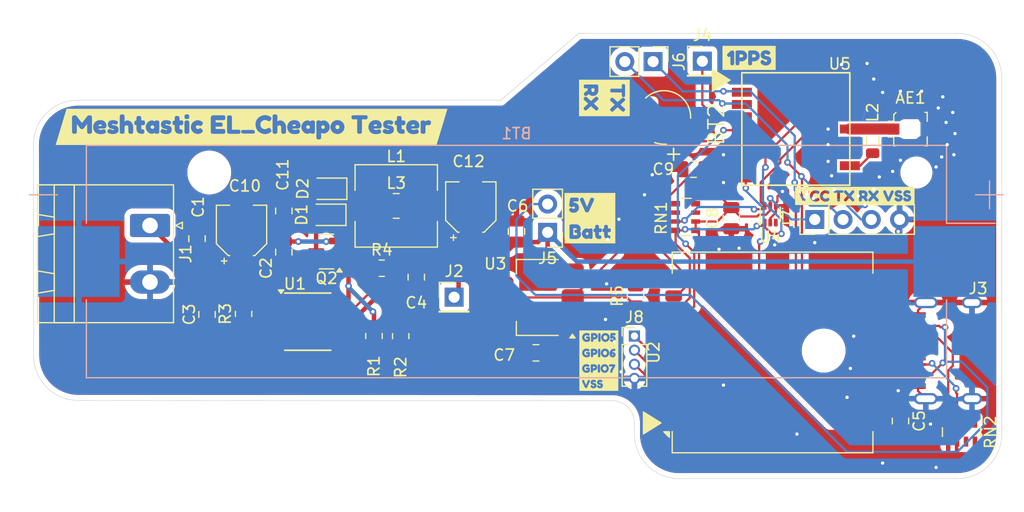
<source format=kicad_pcb>
(kicad_pcb (version 20240108) (generator "pcbnew") (generator_version "8.0")
  (layers (0 "F.Cu" signal) (31 "B.Cu" signal) (34 "B.Paste" user) (35 "F.Paste" user) (36 "B.SilkS" user "B.Silkscreen") (37 "F.SilkS" user "F.Silkscreen") (38 "B.Mask" user) (39 "F.Mask" user) (44 "Edge.Cuts" user))
  (net 0 "")
  (net 1 "VSS")
  (net 2 "Net-(AE1-A)")
  (net 3 "+BATT")
  (net 4 "Net-(BT2-+)")
  (net 5 "Net-(J1-Pin_1)")
  (net 6 "Net-(U1-VG)")
  (net 7 "Net-(C3-Pad1)")
  (net 8 "VCC")
  (net 9 "D+")
  (net 10 "D-")
  (net 11 "Net-(D1-K)")
  (net 12 "Net-(D1-A)")
  (net 14 "+5V")
  (net 15 "Net-(J3-CC1)")
  (net 17 "Net-(J3-CC2)")
  (net 18 "Net-(J4-Pin_1)")
  (net 19 "Net-(U1-CSP)")
  (net 20 "Net-(U5-RF_IN)")
  (net 21 "Net-(Q2-G)")
  (net 22 "Net-(U1-MPPT)")
  (net 23 "Net-(U1-COM)")
  (net 24 "Net-(U2-EN)")
  (net 27 "SDA")
  (net 28 "SCL")
  (net 35 "CHRG")
  (net 36 "DONE")
  (net 37 "GPS_En")
  (net 41 "GPS_TX")
  (net 42 "Reset")
  (net 46 "GPS_RX")
  (net 47 "Alert")
  (net 52 "GPIO7")
  (net 53 "GPIO5")
  (net 54 "GPIO6")
  (footprint "Package_TO_SOT_SMD:SOT-223-3_TabPin2" (layer "F.Cu") (at 152.3 131.725 180)
    (property "Reference" "U3")
    (property "Value" "TLV1117-33")
  )
  (footprint "Capacitor_SMD:C_0805_2012Metric" (layer "F.Cu") (at 129.5 123.95 90)
    (property "Reference" "C11")
    (property "Value" "1uF")
  )
  (footprint "Resistor_SMD:R_0805_2012Metric" (layer "F.Cu") (at 140 135.2 90)
    (property "Reference" "R2")
    (property "Value" "R_Small")
  )
  (footprint "Connector_PinHeader_2.54mm:PinHeader_1x02_P2.54mm_Vertical" (layer "F.Cu") (at 153.2 125.875 180)
    (property "Reference" "J5")
    (property "Value" "Conn_01x02")
  )
  (footprint "Inductor_SMD:L_0805_2012Metric" (layer "F.Cu") (at 182.4 117.7 90)
    (property "Reference" "L2")
    (property "Value" "47nH")
  )
  (footprint "kibuzzard-666316A7" (layer "F.Cu") (at 157.8 137.4)
    (property "Reference" "kibuzzard-666316A7" (hide yes))
    (property "Value" "G***" (hide yes))
  )
  (footprint "Capacitor_SMD:CP_Elec_4x5.4" (layer "F.Cu") (at 125.7 125.7 90)
    (property "Reference" "C10")
    (property "Value" "10uF")
  )
  (footprint "Inductor_SMD:L_1008_2520Metric" (layer "F.Cu") (at 139.6 123.5)
    (property "Reference" "L3")
    (property "Value" "2uH")
  )
  (footprint "UL_USB:USB_C_Receptical-Jing" (layer "F.Cu") (at 187.175 136.5 90)
    (property "Reference" "J3")
    (property "Value" "USB_C_Receptacle")
  )
  (footprint "Connector_Coaxial:U.FL_Molex_MCRF_73412-0110_Vertical" (layer "F.Cu") (at 185.8 116.6 -90)
    (property "Reference" "AE1")
    (property "Value" "Antenna_Shield")
  )
  (footprint "Connector_PinHeader_2.54mm:PinHeader_1x01_P2.54mm_Vertical" (layer "F.Cu") (at 144.8 131.7)
    (property "Reference" "J2")
    (property "Value" "Batt_Test")
  )
  (footprint "Capacitor_SMD:C_0805_2012Metric" (layer "F.Cu") (at 166.3 120.2)
    (property "Reference" "C9")
    (property "Value" "10uF")
  )
  (footprint "kibuzzard-6663166B" (layer "F.Cu") (at 180.8 122.6)
    (property "Reference" "kibuzzard-6663166B" (hide yes))
    (property "Value" "G***" (hide yes))
  )
  (footprint "Connector_PinHeader_2.54mm:PinHeader_1x02_P2.54mm_Vertical" (layer "F.Cu") (at 162.675 110.535 -90)
    (property "Reference" "J6")
    (property "Value" "Conn_01x02")
  )
  (footprint "Capacitor_SMD:C_0805_2012Metric" (layer "F.Cu") (at 184.9 142.825 -90)
    (property "Reference" "C5")
    (property "Value" "C_Small")
  )
  (footprint "kibuzzard-66621C64" (layer "F.Cu") (at 158.3 113.8 -90)
    (property "Reference" "kibuzzard-66621C64" (hide yes))
    (property "Value" "G***" (hide yes))
  )
  (footprint "Capacitor_SMD:C_0805_2012Metric" (layer "F.Cu") (at 121.7 126.45 90)
    (property "Reference" "C1")
    (property "Value" "10uF")
  )
  (footprint "RF_Module:Heltec_HT-CT62" (layer "F.Cu") (at 173.41 136.665 90)
    (property "Reference" "U2")
    (property "Value" "HT-CT62")
  )
  (footprint "Resistor_SMD:R_0805_2012Metric" (layer "F.Cu") (at 161.1 131.5875 90)
    (property "Reference" "R5")
    (property "Value" "R_Small")
  )
  (footprint "Capacitor_SMD:C_0805_2012Metric" (layer "F.Cu") (at 169.7 124.6 90)
    (property "Reference" "C8")
    (property "Value" "100nF")
  )
  (footprint "Connector_Phoenix_MSTB:PhoenixContact_MSTBA_2,5_2-G-5,08_1x02_P5.08mm_Horizontal" (layer "F.Cu") (at 117.4775 125.26 -90)
    (property "Reference" "J1")
    (property "Value" "Solar")
  )
  (footprint "kibuzzard-66621C74" (layer "F.Cu") (at 171.3 110.2)
    (property "Reference" "kibuzzard-66621C74" (hide yes))
    (property "Value" "G***" (hide yes))
  )
  (footprint "Package_TO_SOT_SMD:SOT-563" (layer "F.Cu") (at 173.2 124.25 90)
    (property "Reference" "U4")
    (property "Value" "TMP102xxDRL")
  )
  (footprint "Package_SO:SSOP-10_3.9x4.9mm_P1.00mm" (layer "F.Cu") (at 131.65 133.9)
    (property "Reference" "U1")
    (property "Value" "CN3791")
  )
  (footprint "Connector_PinHeader_2.54mm:PinHeader_1x01_P2.54mm_Vertical" (layer "F.Cu") (at 167.1 110.5)
    (property "Reference" "J4")
    (property "Value" "1PPS")
  )
  (footprint "kibuzzard-66621754" (layer "F.Cu") (at 126.6 116.4)
    (property "Reference" "kibuzzard-66621754" (hide yes))
    (property "Value" "G***" (hide yes))
  )
  (footprint "Connector_PinHeader_2.54mm:PinHeader_1x04_P2.54mm_Vertical" (layer "F.Cu") (at 177.2 124.72 90)
    (property "Reference" "J7")
    (property "Value" "Conn_01x04")
  )
  (footprint "Diode_SMD:D_0805_2012Metric" (layer "F.Cu") (at 133.4 124.3 180)
    (property "Reference" "D1")
    (property "Value" "D_Schottky")
  )
  (footprint "UE-Battery:SEIKO_ML414H_IV01E" (layer "F.Cu") (at 163.65 115.55 -90)
    (property "Reference" "BT2")
    (property "Value" "Battery_Cell")
  )
  (footprint "kibuzzard-66621C54" (layer "F.Cu") (at 157 124.6)
    (property "Reference" "kibuzzard-66621C54" (hide yes))
    (property "Value" "G***" (hide yes))
  )
  (footprint "Capacitor_SMD:C_0805_2012Metric" (layer "F.Cu") (at 152.15 136.7)
    (property "Reference" "C7")
    (property "Value" "C_Small")
  )
  (footprint "Connector_PinHeader_1.27mm:PinHeader_1x04_P1.27mm_Vertical" (layer "F.Cu") (at 161 135.19)
    (property "Reference" "J8")
    (property "Value" "Conn_01x04")
  )
  (footprint "Resistor_SMD:R_Array_Convex_4x0603" (layer "F.Cu") (at 165.6 124.5)
    (property "Reference" "RN1")
    (property "Value" "R_Pack04")
  )
  (footprint "Resistor_SMD:R_0805_2012Metric" (layer "F.Cu") (at 137.6 135.1875 -90)
    (property "Reference" "R1")
    (property "Value" "R_Small")
  )
  (footprint "UL_Module:ATGM336H" (layer "F.Cu") (at 170.65 111.5375)
    (property "Reference" "U5")
    (property "Value" "ATGM336H")
  )
  (footprint "Capacitor_SMD:C_0805_2012Metric" (layer "F.Cu") (at 150.4 125.8 90)
    (property "Reference" "C6")
    (property "Value" "C_Small")
  )
  (footprint "Inductor_SMD:L_7.3x7.3_H3.5" (layer "F.Cu") (at 139.6 123.5)
    (property "Reference" "L1")
    (property "Value" "2uH")
  )
  (footprint "Package_TO_SOT_SMD:SOT-23" (layer "F.Cu") (at 133.3375 127.6 180)
    (property "Reference" "Q2")
    (property "Value" "AO3401A")
  )
  (footprint "Diode_SMD:D_0805_2012Metric" (layer "F.Cu") (at 133.48 121.9575 180)
    (property "Reference" "D2")
    (property "Value" "D_Schottky")
  )
  (footprint "Capacitor_SMD:C_0805_2012Metric" (layer "F.Cu") (at 141.4 129.9 -90)
    (property "Reference" "C4")
    (property "Value" "10uF")
  )
  (footprint "Resistor_SMD:R_0805_2012Metric" (layer "F.Cu") (at 125.8875 133.2 90)
    (property "Reference" "R3")
    (property "Value" "120")
  )
  (footprint "Capacitor_SMD:CP_Elec_4x5.4" (layer "F.Cu") (at 146.3 123.6 90)
    (property "Reference" "C12")
    (property "Value" "10uF")
  )
  (footprint "Resistor_SMD:R_0805_2012Metric" (layer "F.Cu") (at 138.3 129.1)
    (property "Reference" "R4")
    (property "Value" "120k")
  )
  (footprint "Capacitor_SMD:C_0805_2012Metric" (layer "F.Cu") (at 129.5 127.65 -90)
    (property "Reference" "C2")
    (property "Value" "100nF")
  )
  (footprint "Resistor_SMD:R_Array_Concave_4x0603" (layer "F.Cu") (at 190.39 143.825 -90)
    (property "Reference" "RN2")
    (property "Value" "5.1k")
  )
  (footprint "Capacitor_SMD:C_0805_2012Metric" (layer "F.Cu") (at 122.6 133.25 -90)
    (property "Reference" "C3")
    (property "Value" "220nF")
  )
  (footprint "Battery:BatteryHolder_Keystone_1042_1x18650" (layer "B.Cu") (at 150.4 128.5 180)
    (property "Reference" "BT1")
    (property "Value" "Battery_Cell")
  )
  (gr_poly (pts (xy 169.6 112.2) (xy 168 111.2) (xy 168 113.2)) (stroke (width 0.1)) (fill solid) (layer "F.SilkS"))
  (gr_poly (pts (xy 163.4 143) (xy 161.8 142) (xy 161.8 144)) (stroke (width 0.1)) (fill solid) (layer "F.SilkS"))
  (gr_line (start 111 114) (end 149 114) (stroke (width 0.05)) (layer "Edge.Cuts"))
  (gr_line (start 149 114) (end 156 108) (stroke (width 0.05)) (layer "Edge.Cuts"))
  (gr_arc (start 107 118) (mid 108.171573 115.171573) (end 111 114) (stroke (width 0.05)) (layer "Edge.Cuts"))
  (gr_line (start 194 112) (end 194 144) (stroke (width 0.05)) (layer "Edge.Cuts"))
  (gr_line (start 161 144) (end 161 143) (stroke (width 0.05)) (layer "Edge.Cuts"))
  (gr_line (start 159 141) (end 111.028427 140.971573) (stroke (width 0.05)) (layer "Edge.Cuts"))
  (gr_line (start 107.028427 136.971573) (end 107 118) (stroke (width 0.05)) (layer "Edge.Cuts"))
  (gr_arc (start 194 144) (mid 192.828427 146.828427) (end 190 148) (stroke (width 0.05)) (layer "Edge.Cuts"))
  (gr_arc (start 190 108) (mid 192.828427 109.171573) (end 194 112) (stroke (width 0.05)) (layer "Edge.Cuts"))
  (gr_line (start 190 148) (end 165 148) (stroke (width 0.05)) (layer "Edge.Cuts"))
  (gr_arc (start 165 148) (mid 162.171573 146.828427) (end 161 144) (stroke (width 0.05)) (layer "Edge.Cuts"))
  (gr_arc (start 159 141) (mid 160.414214 141.585786) (end 161 143) (stroke (width 0.05)) (layer "Edge.Cuts"))
  (gr_arc (start 111.028427 140.971573) (mid 108.2 139.8) (end 107.028427 136.971573) (stroke (width 0.05)) (layer "Edge.Cuts"))
  (gr_line (start 156 108) (end 190 108) (stroke (width 0.05)) (layer "Edge.Cuts"))
  (segment (start 173.7 123.5) (end 173.7 123.239572) (width 0.2) (layer "F.Cu") (net 1))
  (segment (start 173.7 123.239572) (end 173.851028 123.088544) (width 0.2) (layer "F.Cu") (net 1))
  (segment (start 173.851028 123.088544) (end 173.851028 122.648972) (width 0.2) (layer "F.Cu") (net 1))
  (segment (start 173.851028 122.648972) (end 174.3 122.2) (width 0.2) (layer "F.Cu") (net 1))
  (segment (start 186.475 132.88) (end 187.175 132.18) (width 0.2) (layer "F.Cu") (net 1))
  (segment (start 186.475 140.12) (end 187.175 140.82) (width 0.2) (layer "F.Cu") (net 1))
  (segment (start 173.2 124.603172) (end 173.7 124.103172) (width 0.2) (layer "F.Cu") (net 1))
  (segment (start 173.2 125) (end 173.2 124.603172) (width 0.2) (layer "F.Cu") (net 1))
  (segment (start 186.475 139.575) (end 186.475 140.12) (width 0.2) (layer "F.Cu") (net 1))
  (segment (start 186.475 133.425) (end 186.475 132.88) (width 0.2) (layer "F.Cu") (net 1))
  (segment (start 173.7 124.103172) (end 173.7 123.5) (width 0.2) (layer "F.Cu") (net 1))
  (via (at 158.6 126.5) (size 0.6) (drill 0.3) (layers "F.Cu" "B.Cu") (net 1))
  (via (at 177.2 126.8) (size 0.6) (drill 0.3) (layers "F.Cu" "B.Cu") (net 1))
  (via (at 161.9 122.5) (size 0.6) (drill 0.3) (layers "F.Cu" "B.Cu") (net 1))
  (via (at 188.7 113.7) (size 0.6) (drill 0.3) (layers "F.Cu" "B.Cu") (net 1))
  (via (at 169 118.9) (size 0.6) (drill 0.3) (layers "F.Cu" "B.Cu") (net 1))
  (via (at 181.7 123.4) (size 0.6) (drill 0.3) (layers "F.Cu" "B.Cu") (net 1))
  (via (at 177.07019 122.82981) (size 0.6) (drill 0.3) (layers "F.Cu" "B.Cu") (net 1))
  (via (at 178.4 119.5) (size 0.6) (drill 0.3) (layers "F.Cu" "B.Cu") (net 1))
  (via (at 183.3 113.3) (size 0.6) (drill 0.3) (layers "F.Cu" "B.Cu") (net 1))
  (via (at 189.7 118.9) (size 0.6) (drill 0.3) (layers "F.Cu" "B.Cu") (net 1))
  (via (at 180.7 135.2) (size 0.6) (drill 0.3) (layers "F.Cu" "B.Cu") (net 1))
  (via (at 173.6 127) (size 0.6) (drill 0.3) (layers "F.Cu" "B.Cu") (net 1))
  (via (at 179.6 110.8) (size 0.6) (drill 0.3) (layers "F.Cu" "B.Cu") (net 1))
  (via (at 189 116) (size 0.6) (drill 0.3) (layers "F.Cu" "B.Cu") (net 1))
  (via (at 170.4 127.3) (size 0.6) (drill 0.3) (layers "F.Cu" "B.Cu") (net 1))
  (via (at 168.6 127.4) (size 0.6) (drill 0.3) (layers "F.Cu" "B.Cu") (net 1))
  (via (at 180.4 138.1) (size 0.6) (drill 0.3) (layers "F.Cu" "B.Cu") (net 1))
  (via (at 162.6 120.7) (size 0.6) (drill 0.3) (layers "F.Cu" "B.Cu") (net 1))
  (via (at 158.4 133.7) (size 0.6) (drill 0.3) (layers "F.Cu" "B.Cu") (net 1))
  (via (at 188.6 119.1) (size 0.6) (drill 0.3) (layers "F.Cu" "B.Cu") (net 1))
  (via (at 178.70962 120.79038) (size 0.6) (drill 0.3) (layers "F.Cu" "B.Cu") (net 1))
  (via (at 181.1 122.6) (size 0.6) (drill 0.3) (layers "F.Cu" "B.Cu") (net 1))
  (via (at 184.2 120.4) (size 0.6) (drill 0.3) (layers "F.Cu" "B.Cu") (net 1))
  (via (at 184.7 125.8) (size 0.6) (drill 0.3) (layers "F.Cu" "B.Cu") (net 1))
  (via (at 182.5 112.1) (size 0.6) (drill 0.3) (layers "F.Cu" "B.Cu") (net 1))
  (via (at 184.7 140.1) (size 0.6) (drill 0.3) (layers "F.Cu" "B.Cu") (net 1))
  (via (at 178.4 118) (size 0.6) (drill 0.3) (layers "F.Cu" "B.Cu") (net 1))
  (via (at 189.8 117) (size 0.6) (drill 0.3) (layers "F.Cu" "B.Cu") (net 1))
  (via (at 174.3 122.2) (size 0.6) (drill 0.3) (layers "F.Cu" "B.Cu") (net 1))
  (via (at 178.4 116.6) (size 0.6) (drill 0.3) (layers "F.Cu" "B.Cu") (net 1))
  (via (at 159.8 138.4) (size 0.6) (drill 0.3) (layers "F.Cu" "B.Cu") (net 1))
  (via (at 183 120.9) (size 0.6) (drill 0.3) (layers "F.Cu" "B.Cu") (net 1))
  (via (at 182.5 122) (size 0.6) (drill 0.3) (layers "F.Cu" "B.Cu") (net 1))
  (via (at 181.9 110.7) (size 0.6) (drill 0.3) (layers "F.Cu" "B.Cu") (net 1))
  (via (at 183.3 146.6) (size 0.6) (drill 0.3) (layers "F.Cu" "B.Cu") (net 1))
  (via (at 158.5 130.5) (size 0.6) (drill 0.3) (layers "F.Cu" "B.Cu") (net 1))
  (via (at 189.1 118) (size 0.6) (drill 0.3) (layers "F.Cu" "B.Cu") (net 1))
  (via (at 159.2 135.7) (size 0.6) (drill 0.3) (layers "F.Cu" "B.Cu") (net 1))
  (via (at 159.6 124.7) (size 0.6) (drill 0.3) (layers "F.Cu" "B.Cu") (net 1))
  (via (at 187.6 143.1) (size 0.6) (drill 0.3) (layers "F.Cu" "B.Cu") (net 1))
  (via (at 175.6 144) (size 0.6) (drill 0.3) (layers "F.Cu" "B.Cu") (net 1))
  (via (at 184.9 119.4) (size 0.6) (drill 0.3) (layers "F.Cu" "B.Cu") (net 1))
  (via (at 188.3 114.7) (size 0.6) (drill 0.3) (layers "F.Cu" "B.Cu") (net 1))
  (via (at 184.9 113.2) (size 0.6) (drill 0.3) (layers "F.Cu" "B.Cu") (net 1))
  (via (at 169 121.4) (size 0.6) (drill 0.3) (layers "F.Cu" "B.Cu") (net 1))
  (via (at 169 139.6) (size 0.6) (drill 0.3) (layers "F.Cu" "B.Cu") (net 1))
  (via (at 180.1 140.7) (size 0.6) (drill 0.3) (layers "F.Cu" "B.Cu") (net 1))
  (via (at 188.1 120) (size 0.6) (drill 0.3) (layers "F.Cu" "B.Cu") (net 1))
  (via (at 186.8 113.2) (size 0.6) (drill 0.3) (layers "F.Cu" "B.Cu") (net 1))
  (via (at 189.6 115.1) (size 0.6) (drill 0.3) (layers "F.Cu" "B.Cu") (net 1))
  (via (at 188.1 147) (size 0.6) (drill 0.3) (layers "F.Cu" "B.Cu") (net 1))
  (via (at 178.95472 122.03548) (size 0.6) (drill 0.3) (layers "F.Cu" "B.Cu") (net 1))
  (segment (start 184.2875 116.5875) (end 184.3 116.6) (width 0.2) (layer "F.Cu") (net 2))
  (segment (start 180.35 116.5875) (end 184.2875 116.5875) (width 1) (layer "F.Cu") (net 2))
  (segment (start 139.3625 128.95) (end 139.2125 129.1) (width 0.4) (layer "F.Cu") (net 3))
  (segment (start 153.2 127.175) (end 155.45 129.425) (width 0.4) (layer "F.Cu") (net 3))
  (segment (start 145.2 126.5) (end 146.3 125.4) (width 0.4) (layer "F.Cu") (net 3))
  (segment (start 153.2 125.875) (end 153.2 127.175) (width 0.4) (layer "F.Cu") (net 3))
  (segment (start 134.605 134.9) (end 139.2125 130.2925) (width 0.4) (layer "F.Cu") (net 3))
  (segment (start 155.45 129.425) (end 155.45 129.25) (width 0.4) (layer "F.Cu") (net 3))
  (segment (start 144.95 125.4) (end 141.4 128.95) (width 0.4) (layer "F.Cu") (net 3))
  (segment (start 150.4 126.75) (end 152.325 126.75) (width 0.4) (layer "F.Cu") (net 3))
  (segment (start 146.3 125.4) (end 148.3 127.4) (width 0.4) (layer "F.Cu") (net 3))
  (segment (start 144.8 131.7) (end 145.2 131.3) (width 0.4) (layer "F.Cu") (net 3))
  (segment (start 149.75 127.4) (end 150.4 126.75) (width 0.4) (layer "F.Cu") (net 3))
  (segment (start 145.2 131.3) (end 145.2 126.5) (width 0.4) (layer "F.Cu") (net 3))
  (segment (start 134.2 134.9) (end 134.605 134.9) (width 0.4) (layer "F.Cu") (net 3))
  (segment (start 148.3 127.4) (end 149.75 127.4) (width 0.4) (layer "F.Cu") (net 3))
  (segment (start 152.325 126.75) (end 153.2 125.875) (width 0.4) (layer "F.Cu") (net 3))
  (segment (start 141.4 128.95) (end 139.3625 128.95) (width 0.4) (layer "F.Cu") (net 3))
  (segment (start 146.3 125.4) (end 144.95 125.4) (width 0.4) (layer "F.Cu") (net 3))
  (segment (start 139.2125 130.2925) (end 139.2125 129.1) (width 0.4) (layer "F.Cu") (net 3))
  (segment (start 153.2 125.875) (end 155.825 128.5) (width 0.4) (layer "B.Cu") (net 3))
  (segment (start 155.825 128.5) (end 189.73 128.5) (width 0.4) (layer "B.Cu") (net 3))
  (segment (start 165.75 117.65) (end 165.7875 117.6875) (width 0.2) (layer "F.Cu") (net 4))
  (segment (start 165.7875 117.6875) (end 170.65 117.6875) (width 0.2) (layer "F.Cu") (net 4))
  (segment (start 129.5 126.7) (end 129.5 124.9) (width 0.4) (layer "F.Cu") (net 5))
  (segment (start 121.8 127.5) (end 125.7 127.5) (width 0.4) (layer "F.Cu") (net 5))
  (segment (start 135.3125 127.6875) (end 135.3125 130.7) (width 0.4) (layer "F.Cu") (net 5))
  (segment (start 121.7 127.4) (end 121.8 127.5) (width 0.4) (layer "F.Cu") (net 5))
  (segment (start 129.5 126.7) (end 130.8 126.7) (width 0.4) (layer "F.Cu") (net 5))
  (segment (start 135.3125 130.7) (end 135.3125 132.5875) (width 0.4) (layer "F.Cu") (net 5))
  (segment (start 133.3 126.7) (end 134.225 126.7) (width 0.4) (layer "F.Cu") (net 5))
  (segment (start 125.7 127.5) (end 128.7 127.5) (width 0.4) (layer "F.Cu") (net 5))
  (segment (start 117.4775 125.26) (end 119.6175 127.4) (width 0.4) (layer "F.Cu") (net 5))
  (segment (start 135.3125 132.5875) (end 135 132.9) (width 0.4) (layer "F.Cu") (net 5))
  (segment (start 134.225 126.7) (end 134.275 126.65) (width 0.4) (layer "F.Cu") (net 5))
  (segment (start 137.6 133.1) (end 137.5 133) (width 0.4) (layer "F.Cu") (net 5))
  (segment (start 134.275 126.65) (end 135.3125 127.6875) (width 0.4) (layer "F.Cu") (net 5))
  (segment (start 119.6175 127.4) (end 121.7 127.4) (width 0.4) (layer "F.Cu") (net 5))
  (segment (start 137.6 134.275) (end 137.6 133.1) (width 0.4) (layer "F.Cu") (net 5))
  (segment (start 128.7 127.5) (end 129.5 126.7) (width 0.4) (layer "F.Cu") (net 5))
  (segment (start 135 132.9) (end 134.2 132.9) (width 0.4) (layer "F.Cu") (net 5))
  (via (at 130.8 126.7) (size 0.6) (drill 0.3) (layers "F.Cu" "B.Cu") (net 5))
  (via (at 135.3125 130.7) (size 0.6) (drill 0.3) (layers "F.Cu" "B.Cu") (net 5))
  (via (at 137.5 133) (size 0.6) (drill 0.3) (layers "F.Cu" "B.Cu") (net 5))
  (via (at 133.3 126.7) (size 0.6) (drill 0.3) (layers "F.Cu" "B.Cu") (net 5))
  (segment (start 137.5 133) (end 135.3125 130.8125) (width 0.4) (layer "B.Cu") (net 5))
  (segment (start 130.8 126.7) (end 133.3 126.7) (width 0.4) (layer "B.Cu") (net 5))
  (segment (start 135.3125 130.8125) (end 135.3125 130.7) (width 0.4) (layer "B.Cu") (net 5))
  (segment (start 129.1 131.9) (end 129.1 129) (width 0.2) (layer "F.Cu") (net 6))
  (segment (start 129.1 129) (end 129.5 128.6) (width 0.2) (layer "F.Cu") (net 6))
  (segment (start 125.875 132.3) (end 122.6 132.3) (width 0.2) (layer "F.Cu") (net 7))
  (segment (start 125.8875 132.2875) (end 125.875 132.3) (width 0.2) (layer "F.Cu") (net 7))
  (segment (start 166.225 121.225) (end 167.25 120.2) (width 0.2) (layer "F.Cu") (net 8))
  (segment (start 166.5 125.7) (end 166.5 124.9) (width 0.2) (layer "F.Cu") (net 8))
  (segment (start 166.8 131.234315) (end 166.8 126) (width 0.2) (layer "F.Cu") (net 8))
  (segment (start 169.7 123.65) (end 167.25 121.2) (width 0.2) (layer "F.Cu") (net 8))
  (segment (start 160.325 131.725) (end 155.45 131.725) (width 0.2) (layer "F.Cu") (net 8))
  (segment (start 166.8 126) (end 166.5 125.7) (width 0.2) (layer "F.Cu") (net 8))
  (segment (start 183.06 143.775) (end 182.3 143.015) (width 0.2) (layer "F.Cu") (net 8))
  (segment (start 159.4875 127.6875) (end 159.4875 127.2625) (width 0.2) (layer "F.Cu") (net 8))
  (segment (start 155.45 131.725) (end 159.4875 127.6875) (width 0.2) (layer "F.Cu") (net 8))
  (segment (start 151.2 136.7) (end 151.2 133.775) (width 0.2) (layer "F.Cu") (net 8))
  (segment (start 178.580685 143.015) (end 166.8 131.234315) (width 0.2) (layer "F.Cu") (net 8))
  (segment (start 170.500305 124.450305) (end 169.7 123.65) (width 0.2) (layer "F.Cu") (net 8))
  (segment (start 173.2 123.5) (end 173.2 123.896828) (width 0.2) (layer "F.Cu") (net 8))
  (segment (start 151.2 133.775) (end 149.15 131.725) (width 0.2) (layer "F.Cu") (net 8))
  (segment (start 155.45 131.725) (end 149.15 131.725) (width 0.2) (layer "F.Cu") (net 8))
  (segment (start 173.201028 122.819305) (end 173.201028 123.498972) (width 0.2) (layer "F.Cu") (net 8))
  (segment (start 165.525 121.225) (end 166.225 121.225) (width 0.2) (layer "F.Cu") (net 8))
  (segment (start 172.184618 124.28462) (end 172.018933 124.450305) (width 0.2) (layer "F.Cu") (net 8))
  (segment (start 167.25 120.2) (end 170.3375 120.2) (width 0.2) (layer "F.Cu") (net 8))
  (segment (start 173.2 123.896828) (end 172.812208 124.28462) (width 0.2) (layer "F.Cu") (net 8))
  (segment (start 185.5 143.775) (end 183.06 143.775) (width 0.2) (layer "F.Cu") (net 8))
  (segment (start 172.018933 124.450305) (end 170.500305 124.450305) (width 0.2) (layer "F.Cu") (net 8))
  (segment (start 172.812208 124.28462) (end 172.184618 124.28462) (width 0.2) (layer "F.Cu") (net 8))
  (segment (start 173.201028 123.498972) (end 173.2 123.5) (width 0.2) (layer "F.Cu") (net 8))
  (segment (start 182.3 143.015) (end 178.580685 143.015) (width 0.2) (layer "F.Cu") (net 8))
  (segment (start 170.3375 120.2) (end 170.65 119.8875) (width 0.2) (layer "F.Cu") (net 8))
  (segment (start 166.5 124.9) (end 168.45 124.9) (width 0.2) (layer "F.Cu") (net 8))
  (segment (start 159.4875 127.2625) (end 165.525 121.225) (width 0.2) (layer "F.Cu") (net 8))
  (segment (start 167.25 121.2) (end 167.25 120.2) (width 0.2) (layer "F.Cu") (net 8))
  (segment (start 168.45 124.9) (end 169.7 123.65) (width 0.2) (layer "F.Cu") (net 8))
  (segment (start 161.1 132.5) (end 160.325 131.725) (width 0.2) (layer "F.Cu") (net 8))
  (via (at 173.201028 122.819305) (size 0.6) (drill 0.3) (layers "F.Cu" "B.Cu") (net 8))
  (segment (start 177.2 124.72) (end 175.101723 124.72) (width 0.2) (layer "B.Cu") (net 8))
  (segment (start 175.101723 124.72) (end 173.201028 122.819305) (width 0.2) (layer "B.Cu") (net 8))
  (segment (start 187.6 135.95) (end 187.6 136.55) (width 0.2) (layer "F.Cu") (net 9))
  (segment (start 187.4 135.75) (end 187.6 135.95) (width 0.2) (layer "F.Cu") (net 9))
  (segment (start 182.3 135.395) (end 183.425001 135.395) (width 0.2) (layer "F.Cu") (net 9))
  (segment (start 187.4 136.75) (end 186.475 136.75) (width 0.2) (layer "F.Cu") (net 9))
  (segment (start 186.475 135.75) (end 187.4 135.75) (width 0.2) (layer "F.Cu") (net 9))
  (segment (start 185.315206 135.75) (end 185.260206 135.805) (width 0.2) (layer "F.Cu") (net 9))
  (segment (start 186.475 135.75) (end 185.315206 135.75) (width 0.2) (layer "F.Cu") (net 9))
  (segment (start 183.835001 135.805) (end 185.260206 135.805) (width 0.2) (layer "F.Cu") (net 9))
  (segment (start 183.425001 135.395) (end 183.835001 135.805) (width 0.2) (layer "F.Cu") (net 9))
  (segment (start 187.6 136.55) (end 187.4 136.75) (width 0.2) (layer "F.Cu") (net 9))
  (segment (start 185.265206 136.25) (end 185.260206 136.255) (width 0.2) (layer "F.Cu") (net 10))
  (segment (start 186.475 137.25) (end 185.495 137.25) (width 0.2) (layer "F.Cu") (net 10))
  (segment (start 182.3 136.665) (end 183.425001 136.665) (width 0.2) (layer "F.Cu") (net 10))
  (segment (start 183.425001 136.665) (end 183.835001 136.255) (width 0.2) (layer "F.Cu") (net 10))
  (segment (start 185.495 137.25) (end 184.5 136.255) (width 0.2) (layer "F.Cu") (net 10))
  (segment (start 183.835001 136.255) (end 184.5 136.255) (width 0.2) (layer "F.Cu") (net 10))
  (segment (start 186.475 136.25) (end 185.265206 136.25) (width 0.2) (layer "F.Cu") (net 10))
  (segment (start 184.5 136.255) (end 185.260206 136.255) (width 0.2) (layer "F.Cu") (net 10))
  (segment (start 138.525 123.5) (end 136.4 123.5) (width 0.4) (layer "F.Cu") (net 11))
  (segment (start 134.3375 124.3) (end 135.6 124.3) (width 0.4) (layer "F.Cu") (net 11))
  (segment (start 134.3375 124.3) (end 134.3375 122.0375) (width 0.4) (layer "F.Cu") (net 11))
  (segment (start 135.6 124.3) (end 136.4 123.5) (width 0.4) (layer "F.Cu") (net 11))
  (segment (start 134.3375 122.0375) (end 134.4175 121.9575) (width 0.4) (layer "F.Cu") (net 11))
  (segment (start 132.4 127.6) (end 132.4 124.3625) (width 0.4) (layer "F.Cu") (net 12))
  (segment (start 132.4 124.3625) (end 132.4625 124.3) (width 0.2) (layer "F.Cu") (net 12))
  (segment (start 188.9 134.4) (end 188.5 134.4) (width 0.2) (layer "F.Cu") (net 14))
  (segment (start 188.385 134.285) (end 186.535 134.285) (width 0.2) (layer "F.Cu") (net 14))
  (segment (start 186.475 139.025) (end 186.785 138.715) (width 0.2) (layer "F.Cu") (net 14))
  (segment (start 188.5 134.4) (end 188.385 134.285) (width 0.2) (layer "F.Cu") (net 14))
  (segment (start 186.535 134.285) (end 186.475 134.225) (width 0.2) (layer "F.Cu") (net 14))
  (segment (start 187.585 138.715) (end 188.7 137.6) (width 0.2) (layer "F.Cu") (net 14))
  (segment (start 186.785 138.715) (end 187.585 138.715) (width 0.2) (layer "F.Cu") (net 14))
  (via (at 188.7 137.6) (size 0.6) (drill 0.3) (layers "F.Cu" "B.Cu") (net 14))
  (via (at 188.9 134.4) (size 0.6) (drill 0.3) (layers "F.Cu" "B.Cu") (net 14))
  (segment (start 151.765 123.335) (end 153.2 123.335) (width 0.2) (layer "B.Cu") (net 14))
  (segment (start 150.4 129.8) (end 150.4 124.7) (width 0.2) (layer "B.Cu") (net 14))
  (segment (start 190 145.6) (end 180.1 145.6) (width 0.2) (layer "B.Cu") (net 14))
  (segment (start 192.7 142.9) (end 190 145.6) (width 0.2) (layer "B.Cu") (net 14))
  (segment (start 150.4 124.7) (end 151.765 123.335) (width 0.2) (layer "B.Cu") (net 14))
  (segment (start 188.7 137.6) (end 188.8 137.5) (width 0.2) (layer "B.Cu") (net 14))
  (segment (start 188.7 137.6) (end 188.9 137.4) (width 0.2) (layer "B.Cu") (net 14))
  (segment (start 166 131.5) (end 152.1 131.5) (width 0.2) (layer "B.Cu") (net 14))
  (segment (start 188.9 137.4) (end 188.9 134.4) (width 0.2) (layer "B.Cu") (net 14))
  (segment (start 192.7 139.8) (end 192.7 142.9) (width 0.2) (layer "B.Cu") (net 14))
  (segment (start 190.4 137.5) (end 192.7 139.8) (width 0.2) (layer "B.Cu") (net 14))
  (segment (start 152.1 131.5) (end 150.4 129.8) (width 0.2) (layer "B.Cu") (net 14))
  (segment (start 188.8 137.5) (end 190.4 137.5) (width 0.2) (layer "B.Cu") (net 14))
  (segment (start 180.1 145.6) (end 166 131.5) (width 0.2) (layer "B.Cu") (net 14))
  (segment (start 187.63076 137.75) (end 187.74038 137.64038) (width 0.2) (layer "F.Cu") (net 15))
  (segment (start 189.9 139.9) (end 189.9 140.3) (width 0.2) (layer "F.Cu") (net 15))
  (segment (start 189.9 140.3) (end 189.99 140.39) (width 0.2) (layer "F.Cu") (net 15))
  (segment (start 189.99 140.39) (end 189.99 142.975) (width 0.2) (layer "F.Cu") (net 15))
  (segment (start 186.475 137.75) (end 187.63076 137.75) (width 0.2) (layer "F.Cu") (net 15))
  (via (at 187.74038 137.64038) (size 0.6) (drill 0.3) (layers "F.Cu" "B.Cu") (net 15))
  (via (at 189.9 139.9) (size 0.6) (drill 0.3) (layers "F.Cu" "B.Cu") (net 15))
  (segment (start 189.9 139.9) (end 189.9 139.8) (width 0.2) (layer "B.Cu") (net 15))
  (segment (start 189.9 139.8) (end 187.74038 137.64038) (width 0.2) (layer "B.Cu") (net 15))
  (segment (start 189.6 136.7) (end 187.65 134.75) (width 0.2) (layer "F.Cu") (net 17))
  (segment (start 189.19 142.975) (end 189.19 138.275686) (width 0.2) (layer "F.Cu") (net 17))
  (segment (start 189.6 137.865686) (end 189.6 136.7) (width 0.2) (layer "F.Cu") (net 17))
  (segment (start 187.65 134.75) (end 186.475 134.75) (width 0.2) (layer "F.Cu") (net 17))
  (segment (start 189.19 138.275686) (end 189.6 137.865686) (width 0.2) (layer "F.Cu") (net 17))
  (segment (start 167.1 110.5) (end 167.1 114.4) (width 0.2) (layer "F.Cu") (net 18))
  (segment (start 167.1 114.4) (end 168.1875 115.4875) (width 0.2) (layer "F.Cu") (net 18))
  (segment (start 168.1875 115.4875) (end 170.65 115.4875) (width 0.2) (layer "F.Cu") (net 18))
  (segment (start 134.605 133.9) (end 137.3875 131.1175) (width 0.2) (layer "F.Cu") (net 19))
  (segment (start 134.2 133.9) (end 134.605 133.9) (width 0.2) (layer "F.Cu") (net 19))
  (segment (start 140.49375 125.99375) (end 140.49375 123.68125) (width 0.4) (layer "F.Cu") (net 19))
  (segment (start 140.29375 126.19375) (end 137.3875 129.1) (width 0.4) (layer "F.Cu") (net 19))
  (segment (start 140.29375 126.19375) (end 140.49375 125.99375) (width 0.4) (layer "F.Cu") (net 19))
  (segment (start 140.49375 123.68125) (end 140.675 123.5) (width 0.4) (layer "F.Cu") (net 19))
  (segment (start 137.3875 131.1175) (end 137.3875 129.1) (width 0.2) (layer "F.Cu") (net 19))
  (segment (start 140.675 123.5) (end 142.8 123.5) (width 0.4) (layer "F.Cu") (net 19))
  (segment (start 181.275 119.8875) (end 182.4 118.7625) (width 0.2) (layer "F.Cu") (net 20))
  (segment (start 180.35 119.8875) (end 181.275 119.8875) (width 0.2) (layer "F.Cu") (net 20))
  (segment (start 134.2 128.625) (end 134.275 128.55) (width 0.2) (layer "F.Cu") (net 21))
  (segment (start 134.2 131.9) (end 134.2 128.625) (width 0.2) (layer "F.Cu") (net 21))
  (segment (start 139.9875 136.1) (end 137.6 136.1) (width 0.2) (layer "F.Cu") (net 22))
  (segment (start 137.4 135.9) (end 137.6 136.1) (width 0.2) (layer "F.Cu") (net 22))
  (segment (start 134.2 135.9) (end 137.4 135.9) (width 0.2) (layer "F.Cu") (net 22))
  (segment (start 140 136.1125) (end 139.9875 136.1) (width 0.2) (layer "F.Cu") (net 22))
  (segment (start 129.1 135.9) (end 127.675 135.9) (width 0.2) (layer "F.Cu") (net 23))
  (segment (start 127.675 135.9) (end 125.8875 134.1125) (width 0.2) (layer "F.Cu") (net 23))
  (segment (start 161.46 130.315) (end 161.1 130.675) (width 0.2) (layer "F.Cu") (net 24))
  (segment (start 164.52 130.315) (end 161.46 130.315) (width 0.2) (layer "F.Cu") (net 24))
  (segment (start 163.3 125.85) (end 164.25 124.9) (width 0.2) (layer "F.Cu") (net 27))
  (segment (start 172.7 123.5) (end 172.399695 123.800305) (width 0.2) (layer "F.Cu") (net 27))
  (segment (start 164.784744 131.585) (end 165.57 130.799744) (width 0.2) (layer "F.Cu") (net 27))
  (segment (start 172.35 121.371141) (end 174.1 119.621141) (width 0.2) (layer "F.Cu") (net 27))
  (segment (start 174.1 119.621141) (end 174.1 119.321141) (width 0.2) (layer "F.Cu") (net 27))
  (segment (start 163.3 127.4) (end 163.3 125.85) (width 0.2) (layer "F.Cu") (net 27))
  (segment (start 164.52 131.585) (end 164.784744 131.585) (width 0.2) (layer "F.Cu") (net 27))
  (segment (start 164.25 124.9) (end 164.7 124.9) (width 0.2) (layer "F.Cu") (net 27))
  (segment (start 165.4 124.9) (end 165.5 124.8) (width 0.2) (layer "F.Cu") (net 27))
  (segment (start 165.57 129.67) (end 163.3 127.4) (width 0.2) (layer "F.Cu") (net 27))
  (segment (start 172.35 123.15) (end 172.35 121.371141) (width 0.2) (layer "F.Cu") (net 27))
  (segment (start 164.7 124.9) (end 165.4 124.9) (width 0.2) (layer "F.Cu") (net 27))
  (segment (start 172.399695 123.800305) (end 171.749694 123.800305) (width 0.2) (layer "F.Cu") (net 27))
  (segment (start 172.7 123.5) (end 172.35 123.15) (width 0.2) (layer "F.Cu") (net 27))
  (segment (start 165.57 130.799744) (end 165.57 129.67) (width 0.2) (layer "F.Cu") (net 27))
  (segment (start 174.1 119.321141) (end 179.033641 114.3875) (width 0.2) (layer "F.Cu") (net 27))
  (segment (start 179.033641 114.3875) (end 180.35 114.3875) (width 0.2) (layer "F.Cu") (net 27))
  (via (at 165.5 124.8) (size 0.6) (drill 0.3) (layers "F.Cu" "B.Cu") (net 27))
  (via (at 171.749694 123.800305) (size 0.6) (drill 0.3) (layers "F.Cu" "B.Cu") (net 27))
  (segment (start 171.549389 123.6) (end 171.749694 123.800305) (width 0.2) (layer "B.Cu") (net 27))
  (segment (start 165.5 124.8) (end 166.7 123.6) (width 0.2) (layer "B.Cu") (net 27))
  (segment (start 166.7 123.6) (end 171.549389 123.6) (width 0.2) (layer "B.Cu") (net 27))
  (segment (start 173.303172 126) (end 174.2 126) (width 0.2) (layer "F.Cu") (net 28))
  (segment (start 165.97 128.189239) (end 165.97 131.764315) (width 0.2) (layer "F.Cu") (net 28))
  (segment (start 165.45 125.7) (end 165.55 125.6) (width 0.2) (layer "F.Cu") (net 28))
  (segment (start 164.879315 132.855) (end 164.52 132.855) (width 0.2) (layer "F.Cu") (net 28))
  (segment (start 172.4 125.3) (end 172.7 125) (width 0.2) (layer "F.Cu") (net 28))
  (segment (start 164.7 126.919239) (end 165.97 128.189239) (width 0.2) (layer "F.Cu") (net 28))
  (segment (start 172 125.3) (end 172.4 125.3) (width 0.2) (layer "F.Cu") (net 28))
  (segment (start 178.4125 113.2875) (end 172.769983 118.930017) (width 0.2) (layer "F.Cu") (net 28))
  (segment (start 164.7 125.7) (end 164.7 126.919239) (width 0.2) (layer "F.Cu") (net 28))
  (segment (start 180.35 113.2875) (end 178.4125 113.2875) (width 0.2) (layer "F.Cu") (net 28))
  (segment (start 165.97 131.764315) (end 164.879315 132.855) (width 0.2) (layer "F.Cu") (net 28))
  (segment (start 164.7 125.7) (end 165.45 125.7) (width 0.2) (layer "F.Cu") (net 28))
  (segment (start 172.7 125) (end 172.7 125.396828) (width 0.2) (layer "F.Cu") (net 28))
  (segment (start 172.7 125.396828) (end 173.303172 126) (width 0.2) (layer "F.Cu") (net 28))
  (segment (start 172.769983 118.930017) (end 172.769983 120.030017) (width 0.2) (layer "F.Cu") (net 28))
  (via (at 172.769983 120.030017) (size 0.6) (drill 0.3) (layers "F.Cu" "B.Cu") (net 28))
  (via (at 174.2 126) (size 0.6) (drill 0.3) (layers "F.Cu" "B.Cu") (net 28))
  (via (at 165.55 125.6) (size 0.6) (drill 0.3) (layers "F.Cu" "B.Cu") (net 28))
  (via (at 172 125.3) (size 0.6) (drill 0.3) (layers "F.Cu" "B.Cu") (net 28))
  (segment (start 172 125.3) (end 171.7 125.6) (width 0.2) (layer "B.Cu") (net 28))
  (segment (start 174.2 124.737516) (end 172.551028 123.088544) (width 0.2) (layer "B.Cu") (net 28))
  (segment (start 172.551028 120.248972) (end 172.769983 120.030017) (width 0.2) (layer "B.Cu") (net 28))
  (segment (start 174.2 126) (end 174.2 124.737516) (width 0.2) (layer "B.Cu") (net 28))
  (segment (start 171.7 125.6) (end 165.55 125.6) (width 0.2) (layer "B.Cu") (net 28))
  (segment (start 172.551028 123.088544) (end 172.551028 120.248972) (width 0.2) (layer "B.Cu") (net 28))
  (segment (start 164.784744 134.125) (end 166.37 132.539744) (width 0.2) (layer "F.Cu") (net 37))
  (segment (start 166.37 127.67) (end 165.6 126.9) (width 0.2) (layer "F.Cu") (net 37))
  (segment (start 164.52 134.125) (end 164.784744 134.125) (width 0.2) (layer "F.Cu") (net 37))
  (segment (start 170.5375 116.7) (end 170.65 116.5875) (width 0.2) (layer "F.Cu") (net 37))
  (segment (start 169 116.7) (end 170.5375 116.7) (width 0.2) (layer "F.Cu") (net 37))
  (segment (start 166.37 132.539744) (end 166.37 127.67) (width 0.2) (layer "F.Cu") (net 37))
  (via (at 169 116.7) (size 0.6) (drill 0.3) (layers "F.Cu" "B.Cu") (net 37))
  (via (at 165.6 126.9) (size 0.6) (drill 0.3) (layers "F.Cu" "B.Cu") (net 37))
  (segment (start 165.6 126.9) (end 164.9 126.2) (width 0.2) (layer "B.Cu") (net 37))
  (segment (start 164.9 126.2) (end 164.9 120.8) (width 0.2) (layer "B.Cu") (net 37))
  (segment (start 164.9 120.8) (end 169 116.7) (width 0.2) (layer "B.Cu") (net 37))
  (segment (start 182.3 134.125) (end 177.525 134.125) (width 0.2) (layer "F.Cu") (net 41))
  (segment (start 175.5 121.5) (end 175.4 121.4) (width 0.2) (layer "F.Cu") (net 41))
  (segment (start 175.5 132.1) (end 175.5 121.5) (width 0.2) (layer "F.Cu") (net 41))
  (segment (start 170.5625 113.2) (end 170.65 113.2875) (width 0.2) (layer "F.Cu") (net 41))
  (segment (start 177.525 134.125) (end 175.5 132.1) (width 0.2) (layer "F.Cu") (net 41))
  (segment (start 169 113.2) (end 170.5625 113.2) (width 0.2) (layer "F.Cu") (net 41))
  (via (at 169 113.2) (size 0.6) (drill 0.3) (layers "F.Cu" "B.Cu") (net 41))
  (via (at 175.4 121.4) (size 0.6) (drill 0.3) (layers "F.Cu" "B.Cu") (net 41))
  (segment (start 176.800951 123.47981) (end 175.4 122.078859) (width 0.2) (layer "B.Cu") (net 41))
  (segment (start 178.49981 123.47981) (end 176.800951 123.47981) (width 0.2) (layer "B.Cu") (net 41))
  (segment (start 175.4 121.4) (end 175.4 117.2) (width 0.2) (layer "B.Cu") (net 41))
  (segment (start 175.4 122.078859) (end 175.4 121.4) (width 0.2) (layer "B.Cu") (net 41))
  (segment (start 165.34 113.2) (end 169 113.2) (width 0.2) (layer "B.Cu") (net 41))
  (segment (start 179.74 124.72) (end 178.49981 123.47981) (width 0.2) (layer "B.Cu") (net 41))
  (segment (start 171.4 113.2) (end 169 113.2) (width 0.2) (layer "B.Cu") (net 41))
  (segment (start 175.4 117.2) (end 171.4 113.2) (width 0.2) (layer "B.Cu") (net 41))
  (segment (start 162.675 110.535) (end 165.34 113.2) (width 0.2) (layer "B.Cu") (net 41))
  (segment (start 172.2 127.1) (end 172.2 126.8) (width 0.2) (layer "F.Cu") (net 42))
  (segment (start 172.2 126.8) (end 172.3 126.7) (width 0.2) (layer "F.Cu") (net 42))
  (segment (start 172.2 135.8) (end 172.2 127.1) (width 0.2) (layer "F.Cu") (net 42))
  (segment (start 175.605 139.205) (end 172.2 135.8) (width 0.2) (layer "F.Cu") (net 42))
  (segment (start 182.3 139.205) (end 175.605 139.205) (width 0.2) (layer "F.Cu") (net 42))
  (segment (start 171 121.9) (end 171 121.3375) (width 0.2) (layer "F.Cu") (net 42))
  (segment (start 171 121.3375) (end 170.65 120.9875) (width 0.2) (layer "F.Cu") (net 42))
  (via (at 172.3 126.7) (size 0.6) (drill 0.3) (layers "F.Cu" "B.Cu") (net 42))
  (via (at 171 121.9) (size 0.6) (drill 0.3) (layers "F.Cu" "B.Cu") (net 42))
  (segment (start 171 122.131372) (end 171 121.9) (width 0.2) (layer "B.Cu") (net 42))
  (segment (start 172.6 126.4) (end 172.6 123.731372) (width 0.2) (layer "B.Cu") (net 42))
  (segment (start 172.3 126.7) (end 172.6 126.4) (width 0.2) (layer "B.Cu") (net 42))
  (segment (start 172.6 123.731372) (end 171 122.131372) (width 0.2) (layer "B.Cu") (net 42))
  (segment (start 176 120.84038) (end 174.75 119.59038) (width 0.2) (layer "F.Cu") (net 46))
  (segment (start 176.05 120.89038) (end 176 120.84038) (width 0.2) (layer "F.Cu") (net 46))
  (segment (start 176.05 131.65) (end 176.05 120.89038) (width 0.2) (layer "F.Cu") (net 46))
  (segment (start 168.9 114.3) (end 170.5625 114.3) (width 0.2) (layer "F.Cu") (net 46))
  (segment (start 170.5625 114.3) (end 170.65 114.3875) (width 0.2) (layer "F.Cu") (net 46))
  (segment (start 182.3 132.855) (end 177.255 132.855) (width 0.2) (layer "F.Cu") (net 46))
  (segment (start 177.255 132.855) (end 176.05 131.65) (width 0.2) (layer "F.Cu") (net 46))
  (via (at 168.9 114.3) (size 0.6) (drill 0.3) (layers "F.Cu" "B.Cu") (net 46))
  (via (at 176 120.84038) (size 0.6) (drill 0.3) (layers "F.Cu" "B.Cu") (net 46))
  (via (at 174.75 119.59038) (size 0.6) (drill 0.3) (layers "F.Cu" "B.Cu") (net 46))
  (segment (start 174.75 118.05) (end 174.75 119.59038) (width 0.2) (layer "B.Cu") (net 46))
  (segment (start 178.112539 122.952919) (end 176 120.84038) (width 0.2) (layer "B.Cu") (net 46))
  (segment (start 182.28 124.72) (end 181.366346 124.72) (width 0.2) (layer "B.Cu") (net 46))
  (segment (start 179.599265 122.952919) (end 178.112539 122.952919) (width 0.2) (layer "B.Cu") (net 46))
  (segment (start 168.9 114.3) (end 171 114.3) (width 0.2) (layer "B.Cu") (net 46))
  (segment (start 181.366346 124.72) (end 179.599265 122.952919) (width 0.2) (layer "B.Cu") (net 46))
  (segment (start 163.6 114) (end 168.6 114) (width 0.2) (layer "B.Cu") (net 46))
  (segment (start 168.6 114) (end 168.9 114.3) (width 0.2) (layer "B.Cu") (net 46))
  (segment (start 171 114.3) (end 174.75 118.05) (width 0.2) (layer "B.Cu") (net 46))
  (segment (start 160.135 110.535) (end 163.6 114) (width 0.2) (layer "B.Cu") (net 46))
  (segment (start 161 137.73) (end 163.745 140.475) (width 0.2) (layer "F.Cu") (net 52))
  (segment (start 163.745 140.475) (end 164.52 140.475) (width 0.2) (layer "F.Cu") (net 52))
  (segment (start 161 135.19) (end 163.745 137.935) (width 0.2) (layer "F.Cu") (net 53))
  (segment (start 163.745 137.935) (end 164.52 137.935) (width 0.2) (layer "F.Cu") (net 53))
  (segment (start 161 136.46) (end 163.745 139.205) (width 0.2) (layer "F.Cu") (net 54))
  (segment (start 163.745 139.205) (end 164.52 139.205) (width 0.2) (layer "F.Cu") (net 54))
  (zone (net 0) (net_name "") (layers "F&B.Cu") (connect_pads (clearance 0)) (min_thickness 0.25)
    (keepout (tracks not_allowed) (vias not_allowed) (pads not_allowed) (copperpour not_allowed) (footprints allowed))
    (fill (thermal_gap 0.5) (thermal_bridge_width 0.5))
    (polygon (pts (xy 184.8 115.9) (xy 185.2 115.7) (xy 186.5 115.7) (xy 186.7 116) (xy 186.7 117.2) (xy 186.3 117.5) (xy 185.2 117.5) (xy 184.8 117.3) (xy 179.3 117.3) (xy 179.3 115.9)))
  )
  (zone (net 1) (net_name "VSS") (layers "F&B.Cu") (priority 1) (connect_pads yes (clearance 0.5)) (min_thickness 0.25) (fill yes (thermal_gap 0.5) (thermal_bridge_width 0.5))
    (polygon (pts (xy 184.8 115.9) (xy 185.2 115.7) (xy 186.5 115.7) (xy 186.7 116) (xy 186.7 117.2) (xy 186.3 117.5) (xy 185.2 117.5) (xy 184.8 117.3) (xy 183.2 117.3) (xy 183.2 119.3) (xy 182.5 119.5) (xy 182.1 119.5) (xy 181.5 120.1) (xy 181.5 120.5) (xy 178.8 120.5) (xy 178.8 122.1) (xy 182.1 122) (xy 188.7 122.4) (xy 188.5 113.5) (xy 182 113.7) (xy 181.5 115.9)))
  )
  (zone (net 1) (net_name "VSS") (layers "F&B.Cu") (priority 2) (connect_pads yes (clearance 0.5)) (min_thickness 0.25) (fill yes (thermal_gap 0.5) (thermal_bridge_width 0.5))
    (polygon (pts (xy 181.5 120.5) (xy 179.2 120.5) (xy 179.2 119.3) (xy 181.3 119.3) (xy 181.5 118.9) (xy 181.5 118.2) (xy 178.6 118.2) (xy 178.6 121.9) (xy 182.2 121.9) (xy 182.5 119.5) (xy 182.1 119.5) (xy 181.5 120.1)))
  )
  (zone (net 0) (net_name "") (layers "F&B.Cu") (connect_pads (clearance 0)) (min_thickness 0.25)
    (keepout (tracks not_allowed) (vias not_allowed) (pads not_allowed) (copperpour not_allowed) (footprints allowed))
    (fill (thermal_gap 0.5) (thermal_bridge_width 0.5))
    (polygon (pts (xy 183.2 117.3) (xy 183.2 119.5) (xy 182.1 119.5) (xy 181.5 120.1) (xy 181.5 120.5) (xy 179.2 120.5) (xy 179.2 119.3) (xy 181.3 119.3) (xy 181.5 118.9) (xy 181.5 117.3)))
  )
  (zone (net 1) (net_name "VSS") (layers "F&B.Cu") (connect_pads (clearance 0.5)) (min_thickness 0.25) (fill yes (thermal_gap 0.5) (thermal_bridge_width 0.5))
    (polygon (pts (xy 104 105) (xy 196 105) (xy 196 151) (xy 104 151)))
  )
)
</source>
